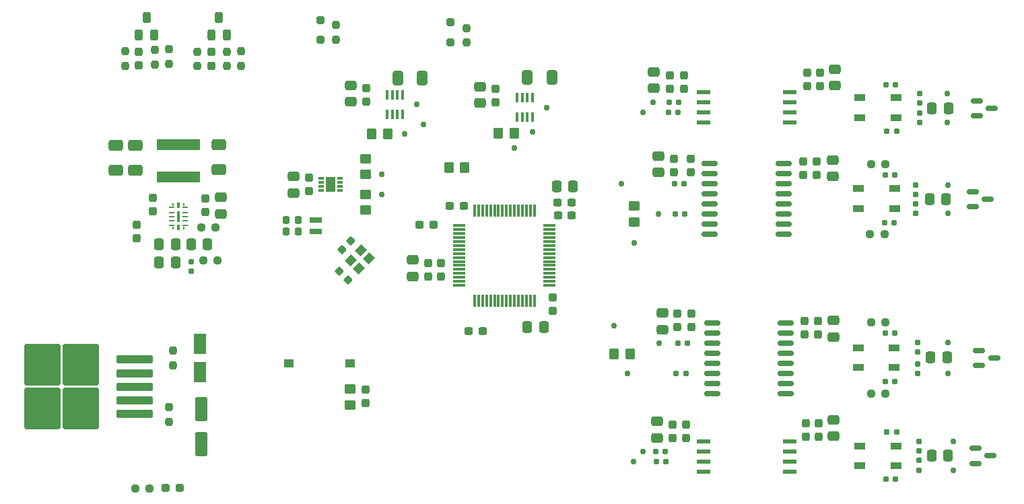
<source format=gbr>
%TF.GenerationSoftware,KiCad,Pcbnew,8.0.5*%
%TF.CreationDate,2024-11-25T15:58:14+05:30*%
%TF.ProjectId,Rapid_Core-RCP,52617069-645f-4436-9f72-652d5243502e,rev?*%
%TF.SameCoordinates,Original*%
%TF.FileFunction,Paste,Top*%
%TF.FilePolarity,Positive*%
%FSLAX46Y46*%
G04 Gerber Fmt 4.6, Leading zero omitted, Abs format (unit mm)*
G04 Created by KiCad (PCBNEW 8.0.5) date 2024-11-25 15:58:14*
%MOMM*%
%LPD*%
G01*
G04 APERTURE LIST*
G04 Aperture macros list*
%AMRoundRect*
0 Rectangle with rounded corners*
0 $1 Rounding radius*
0 $2 $3 $4 $5 $6 $7 $8 $9 X,Y pos of 4 corners*
0 Add a 4 corners polygon primitive as box body*
4,1,4,$2,$3,$4,$5,$6,$7,$8,$9,$2,$3,0*
0 Add four circle primitives for the rounded corners*
1,1,$1+$1,$2,$3*
1,1,$1+$1,$4,$5*
1,1,$1+$1,$6,$7*
1,1,$1+$1,$8,$9*
0 Add four rect primitives between the rounded corners*
20,1,$1+$1,$2,$3,$4,$5,0*
20,1,$1+$1,$4,$5,$6,$7,0*
20,1,$1+$1,$6,$7,$8,$9,0*
20,1,$1+$1,$8,$9,$2,$3,0*%
%AMRotRect*
0 Rectangle, with rotation*
0 The origin of the aperture is its center*
0 $1 length*
0 $2 width*
0 $3 Rotation angle, in degrees counterclockwise*
0 Add horizontal line*
21,1,$1,$2,0,0,$3*%
G04 Aperture macros list end*
%ADD10RoundRect,0.160000X-0.197500X-0.160000X0.197500X-0.160000X0.197500X0.160000X-0.197500X0.160000X0*%
%ADD11RoundRect,0.250000X-0.337500X-0.475000X0.337500X-0.475000X0.337500X0.475000X-0.337500X0.475000X0*%
%ADD12C,0.750000*%
%ADD13RoundRect,0.250000X-0.350000X-0.450000X0.350000X-0.450000X0.350000X0.450000X-0.350000X0.450000X0*%
%ADD14RoundRect,0.160000X-0.160000X0.197500X-0.160000X-0.197500X0.160000X-0.197500X0.160000X0.197500X0*%
%ADD15RoundRect,0.250000X-0.550000X1.250000X-0.550000X-1.250000X0.550000X-1.250000X0.550000X1.250000X0*%
%ADD16RoundRect,0.237500X-0.237500X0.287500X-0.237500X-0.287500X0.237500X-0.287500X0.237500X0.287500X0*%
%ADD17RoundRect,0.237500X-0.237500X0.250000X-0.237500X-0.250000X0.237500X-0.250000X0.237500X0.250000X0*%
%ADD18RoundRect,0.250000X0.250000X-0.250000X0.250000X0.250000X-0.250000X0.250000X-0.250000X-0.250000X0*%
%ADD19RoundRect,0.150000X-0.587500X-0.150000X0.587500X-0.150000X0.587500X0.150000X-0.587500X0.150000X0*%
%ADD20R,1.346200X0.889000*%
%ADD21RoundRect,0.250000X-0.650000X0.412500X-0.650000X-0.412500X0.650000X-0.412500X0.650000X0.412500X0*%
%ADD22RoundRect,0.237500X0.300000X0.237500X-0.300000X0.237500X-0.300000X-0.237500X0.300000X-0.237500X0*%
%ADD23RoundRect,0.237500X-0.237500X0.300000X-0.237500X-0.300000X0.237500X-0.300000X0.237500X0.300000X0*%
%ADD24RoundRect,0.225000X-0.225000X-0.250000X0.225000X-0.250000X0.225000X0.250000X-0.225000X0.250000X0*%
%ADD25RoundRect,0.237500X-0.300000X-0.237500X0.300000X-0.237500X0.300000X0.237500X-0.300000X0.237500X0*%
%ADD26RoundRect,0.250000X0.475000X-0.337500X0.475000X0.337500X-0.475000X0.337500X-0.475000X-0.337500X0*%
%ADD27RoundRect,0.237500X0.250000X0.237500X-0.250000X0.237500X-0.250000X-0.237500X0.250000X-0.237500X0*%
%ADD28RoundRect,0.250000X-0.412500X-0.650000X0.412500X-0.650000X0.412500X0.650000X-0.412500X0.650000X0*%
%ADD29RoundRect,0.237500X0.237500X-0.300000X0.237500X0.300000X-0.237500X0.300000X-0.237500X-0.300000X0*%
%ADD30RoundRect,0.250000X-0.475000X0.337500X-0.475000X-0.337500X0.475000X-0.337500X0.475000X0.337500X0*%
%ADD31RoundRect,0.250000X2.050000X0.300000X-2.050000X0.300000X-2.050000X-0.300000X2.050000X-0.300000X0*%
%ADD32RoundRect,0.250000X2.025000X2.375000X-2.025000X2.375000X-2.025000X-2.375000X2.025000X-2.375000X0*%
%ADD33RoundRect,0.237500X0.287500X0.237500X-0.287500X0.237500X-0.287500X-0.237500X0.287500X-0.237500X0*%
%ADD34RoundRect,0.250000X0.450000X-0.350000X0.450000X0.350000X-0.450000X0.350000X-0.450000X-0.350000X0*%
%ADD35RoundRect,0.150000X-0.875000X-0.150000X0.875000X-0.150000X0.875000X0.150000X-0.875000X0.150000X0*%
%ADD36RoundRect,0.250000X0.550000X-1.050000X0.550000X1.050000X-0.550000X1.050000X-0.550000X-1.050000X0*%
%ADD37RoundRect,0.250000X-0.450000X0.350000X-0.450000X-0.350000X0.450000X-0.350000X0.450000X0.350000X0*%
%ADD38RoundRect,0.075000X-0.700000X-0.075000X0.700000X-0.075000X0.700000X0.075000X-0.700000X0.075000X0*%
%ADD39RoundRect,0.075000X-0.075000X-0.700000X0.075000X-0.700000X0.075000X0.700000X-0.075000X0.700000X0*%
%ADD40R,1.250000X1.000000*%
%ADD41RoundRect,0.237500X-0.250000X-0.237500X0.250000X-0.237500X0.250000X0.237500X-0.250000X0.237500X0*%
%ADD42RoundRect,0.250000X0.250000X-0.450000X0.250000X0.450000X-0.250000X0.450000X-0.250000X-0.450000X0*%
%ADD43R,0.450000X1.200000*%
%ADD44RoundRect,0.225000X0.017678X-0.335876X0.335876X-0.017678X-0.017678X0.335876X-0.335876X0.017678X0*%
%ADD45R,1.500000X0.800000*%
%ADD46RoundRect,0.250000X0.337500X0.475000X-0.337500X0.475000X-0.337500X-0.475000X0.337500X-0.475000X0*%
%ADD47RoundRect,0.160000X0.160000X-0.197500X0.160000X0.197500X-0.160000X0.197500X-0.160000X-0.197500X0*%
%ADD48R,5.500000X1.430000*%
%ADD49RoundRect,0.237500X0.237500X-0.250000X0.237500X0.250000X-0.237500X0.250000X-0.237500X-0.250000X0*%
%ADD50R,0.675000X0.250000*%
%ADD51R,0.650000X0.250000*%
%ADD52R,0.350000X0.650000*%
%ADD53R,0.450000X1.450000*%
%ADD54R,0.250000X0.425000*%
%ADD55RotRect,1.150000X1.000000X45.000000*%
%ADD56R,1.800000X0.600000*%
%ADD57R,0.800000X0.300000*%
%ADD58R,1.200000X1.900000*%
%ADD59RoundRect,0.250000X0.350000X0.450000X-0.350000X0.450000X-0.350000X-0.450000X0.350000X-0.450000X0*%
%ADD60RoundRect,0.225000X-0.335876X-0.017678X-0.017678X-0.335876X0.335876X0.017678X0.017678X0.335876X0*%
G04 APERTURE END LIST*
D10*
%TO.C,R32*%
X232838573Y-79985427D03*
X234033573Y-79985427D03*
%TD*%
D11*
%TO.C,C44*%
X238736073Y-109285427D03*
X240811073Y-109285427D03*
%TD*%
D12*
%TO.C,TP37*%
X240836073Y-98925427D03*
%TD*%
D11*
%TO.C,C20*%
X191590573Y-75393427D03*
X193665573Y-75393427D03*
%TD*%
D13*
%TO.C,R24*%
X168336073Y-68785427D03*
X170336073Y-68785427D03*
%TD*%
D14*
%TO.C,R14*%
X237236073Y-66187927D03*
X237236073Y-67382927D03*
%TD*%
D15*
%TO.C,C11*%
X146908073Y-103419427D03*
X146908073Y-107819427D03*
%TD*%
D16*
%TO.C,D8*%
X148186073Y-58472928D03*
X148186073Y-60222926D03*
%TD*%
D17*
%TO.C,R45*%
X137316073Y-58397926D03*
X137316073Y-60222926D03*
%TD*%
D18*
%TO.C,D3*%
X178236073Y-57235426D03*
X178236073Y-54735428D03*
%TD*%
D10*
%TO.C,R13*%
X205658573Y-66045427D03*
X206853573Y-66045427D03*
%TD*%
D17*
%TO.C,R47*%
X150096073Y-58422927D03*
X150096073Y-60247927D03*
%TD*%
D19*
%TO.C,D5*%
X243898573Y-76035427D03*
X243898573Y-77935427D03*
X245773573Y-76985427D03*
%TD*%
D20*
%TO.C,L5*%
X229501608Y-95671427D03*
X229501608Y-98171427D03*
X234051606Y-98171427D03*
X234051606Y-95671427D03*
%TD*%
D21*
%TO.C,C7*%
X149136073Y-70122926D03*
X149136073Y-73247926D03*
%TD*%
D22*
%TO.C,C22*%
X182258574Y-93595427D03*
X180533572Y-93595427D03*
%TD*%
D23*
%TO.C,C55*%
X206336073Y-71922926D03*
X206336073Y-73647928D03*
%TD*%
D16*
%TO.C,D7*%
X139066073Y-58435427D03*
X139066073Y-60185425D03*
%TD*%
D14*
%TO.C,R28*%
X236736073Y-75187927D03*
X236736073Y-76382927D03*
%TD*%
D23*
%TO.C,C36*%
X223086073Y-61060425D03*
X223086073Y-62785427D03*
%TD*%
D24*
%TO.C,C26*%
X157561073Y-81085427D03*
X159111073Y-81085427D03*
%TD*%
D12*
%TO.C,TP36*%
X240766073Y-95035427D03*
%TD*%
D25*
%TO.C,C21*%
X191721073Y-77415427D03*
X193446073Y-77415427D03*
%TD*%
D26*
%TO.C,C48*%
X165714071Y-64725927D03*
X165714071Y-62650927D03*
%TD*%
D12*
%TO.C,TP34*%
X204521573Y-95104427D03*
%TD*%
D27*
%TO.C,R35*%
X232948573Y-92473427D03*
X231123573Y-92473427D03*
%TD*%
D28*
%TO.C,C47*%
X187873573Y-61685427D03*
X190998573Y-61685427D03*
%TD*%
D19*
%TO.C,D2*%
X244236073Y-108335427D03*
X244236073Y-110235427D03*
X246111073Y-109285427D03*
%TD*%
D29*
%TO.C,C32*%
X205836073Y-63135427D03*
X205836073Y-61410425D03*
%TD*%
D12*
%TO.C,TP24*%
X172436073Y-68785427D03*
%TD*%
D30*
%TO.C,C28*%
X158514073Y-74151927D03*
X158514073Y-76226927D03*
%TD*%
D17*
%TO.C,R25*%
X163836073Y-55072927D03*
X163836073Y-56897927D03*
%TD*%
D23*
%TO.C,C59*%
X224436073Y-92297926D03*
X224436073Y-94022928D03*
%TD*%
D31*
%TO.C,U1*%
X138511073Y-103985427D03*
X138511072Y-102285427D03*
X138511073Y-100585427D03*
D32*
X131786073Y-103360427D03*
X131786073Y-97810427D03*
X126936073Y-103360427D03*
X126936073Y-97810427D03*
D31*
X138511072Y-98885427D03*
X138511073Y-97185427D03*
%TD*%
D33*
%TO.C,D9*%
X144157573Y-113339427D03*
X142407575Y-113339427D03*
%TD*%
D12*
%TO.C,TP31*%
X240836073Y-75185427D03*
%TD*%
D14*
%TO.C,R31*%
X236736073Y-77587927D03*
X236736073Y-78782927D03*
%TD*%
D29*
%TO.C,C3*%
X140836073Y-78541928D03*
X140836073Y-76816926D03*
%TD*%
D12*
%TO.C,TP13*%
X202436073Y-66055427D03*
%TD*%
D18*
%TO.C,D4*%
X161936073Y-56935426D03*
X161936073Y-54435428D03*
%TD*%
D10*
%TO.C,R16*%
X233138573Y-106285427D03*
X234333573Y-106285427D03*
%TD*%
D23*
%TO.C,C30*%
X167536073Y-100922926D03*
X167536073Y-102647928D03*
%TD*%
D27*
%TO.C,R43*%
X232970573Y-101469427D03*
X231145573Y-101469427D03*
%TD*%
D12*
%TO.C,TP14*%
X240736073Y-63685427D03*
%TD*%
D23*
%TO.C,C58*%
X222736073Y-92297926D03*
X222736073Y-94022928D03*
%TD*%
D17*
%TO.C,R44*%
X146436073Y-58435427D03*
X146436073Y-60260427D03*
%TD*%
D29*
%TO.C,C16*%
X175436073Y-86747928D03*
X175436073Y-85022926D03*
%TD*%
D11*
%TO.C,C57*%
X238498573Y-76985427D03*
X240573573Y-76985427D03*
%TD*%
D14*
%TO.C,R37*%
X237036073Y-95053927D03*
X237036073Y-96248927D03*
%TD*%
D12*
%TO.C,TP11*%
X169636073Y-73885427D03*
%TD*%
D26*
%TO.C,C34*%
X226586073Y-62710426D03*
X226586073Y-60635426D03*
%TD*%
D23*
%TO.C,C33*%
X207586073Y-61410425D03*
X207586073Y-63135427D03*
%TD*%
D34*
%TO.C,R7*%
X167536073Y-78385427D03*
X167536073Y-76385427D03*
%TD*%
D10*
%TO.C,R30*%
X206438573Y-75085427D03*
X207633573Y-75085427D03*
%TD*%
D26*
%TO.C,C15*%
X173536073Y-86722927D03*
X173536073Y-84647927D03*
%TD*%
D20*
%TO.C,L2*%
X229733608Y-64235427D03*
X229733608Y-66735427D03*
X234283606Y-66735427D03*
X234283606Y-64235427D03*
%TD*%
D26*
%TO.C,C38*%
X226436073Y-106822927D03*
X226436073Y-104747927D03*
%TD*%
D23*
%TO.C,C54*%
X208500073Y-71922926D03*
X208500073Y-73647928D03*
%TD*%
D10*
%TO.C,R27*%
X232938573Y-73985427D03*
X234133573Y-73985427D03*
%TD*%
D21*
%TO.C,C8*%
X136136073Y-70222928D03*
X136136073Y-73347928D03*
%TD*%
D26*
%TO.C,C56*%
X204436073Y-73622927D03*
X204436073Y-71547927D03*
%TD*%
D12*
%TO.C,TP17*%
X201236073Y-109985427D03*
%TD*%
%TO.C,TP12*%
X203736073Y-64785427D03*
%TD*%
D27*
%TO.C,R26*%
X232936073Y-72585427D03*
X231111073Y-72585427D03*
%TD*%
D26*
%TO.C,C31*%
X203836073Y-63060426D03*
X203836073Y-60985426D03*
%TD*%
D23*
%TO.C,C52*%
X224336073Y-72244926D03*
X224336073Y-73969928D03*
%TD*%
D26*
%TO.C,C45*%
X181936073Y-64922927D03*
X181936073Y-62847927D03*
%TD*%
D12*
%TO.C,TP22*%
X190342073Y-65487427D03*
%TD*%
%TO.C,TP33*%
X200502073Y-98888427D03*
%TD*%
%TO.C,TP35*%
X198806573Y-92945427D03*
%TD*%
D35*
%TO.C,U7*%
X210836073Y-72495427D03*
X210836073Y-73765427D03*
X210836073Y-75035427D03*
X210836073Y-76305427D03*
X210836073Y-77575427D03*
X210836073Y-78845427D03*
X210836073Y-80115427D03*
X210836073Y-81385427D03*
X220136073Y-81385427D03*
X220136073Y-80115427D03*
X220136073Y-78845427D03*
X220136073Y-77575427D03*
X220136073Y-76305427D03*
X220136073Y-75035427D03*
X220136073Y-73765427D03*
X220136073Y-72495427D03*
%TD*%
D12*
%TO.C,TP32*%
X240836073Y-78785427D03*
%TD*%
D29*
%TO.C,C4*%
X147386073Y-78610429D03*
X147386073Y-76885427D03*
%TD*%
D36*
%TO.C,C12*%
X146781073Y-98783427D03*
X146781073Y-95183427D03*
%TD*%
D10*
%TO.C,R15*%
X233138573Y-68485427D03*
X234333573Y-68485427D03*
%TD*%
D22*
%TO.C,C13*%
X176091574Y-80219427D03*
X174366572Y-80219427D03*
%TD*%
D12*
%TO.C,TP26*%
X174036073Y-65085427D03*
%TD*%
D10*
%TO.C,R38*%
X206638573Y-98885427D03*
X207833573Y-98885427D03*
%TD*%
D11*
%TO.C,C9*%
X141598572Y-82685428D03*
X143673572Y-82685428D03*
%TD*%
D12*
%TO.C,TP25*%
X174836073Y-67585427D03*
%TD*%
D26*
%TO.C,C41*%
X204236073Y-107022927D03*
X204236073Y-104947927D03*
%TD*%
D28*
%TO.C,C50*%
X171595572Y-61757427D03*
X174720572Y-61757427D03*
%TD*%
D29*
%TO.C,C17*%
X177036073Y-86747928D03*
X177036073Y-85022926D03*
%TD*%
D37*
%TO.C,R8*%
X167536073Y-71885427D03*
X167536073Y-73885427D03*
%TD*%
D14*
%TO.C,R40*%
X237036073Y-97727927D03*
X237036073Y-98922927D03*
%TD*%
D11*
%TO.C,C37*%
X238798573Y-65585427D03*
X240873573Y-65585427D03*
%TD*%
D10*
%TO.C,R29*%
X206538573Y-78885427D03*
X207733573Y-78885427D03*
%TD*%
D12*
%TO.C,TP30*%
X201346573Y-82463427D03*
%TD*%
D11*
%TO.C,C10*%
X141598573Y-84935427D03*
X143673573Y-84935427D03*
%TD*%
D14*
%TO.C,R20*%
X237136073Y-109887927D03*
X237136073Y-111082927D03*
%TD*%
D34*
%TO.C,R33*%
X201346573Y-79848427D03*
X201346573Y-77848427D03*
%TD*%
D23*
%TO.C,C43*%
X207836073Y-105360425D03*
X207836073Y-107085427D03*
%TD*%
D12*
%TO.C,TP20*%
X186278073Y-70567427D03*
%TD*%
D22*
%TO.C,C25*%
X179898574Y-77806427D03*
X178173572Y-77806427D03*
%TD*%
D29*
%TO.C,C1*%
X138780073Y-81944429D03*
X138780073Y-80219427D03*
%TD*%
D11*
%TO.C,C64*%
X238638573Y-96935427D03*
X240713573Y-96935427D03*
%TD*%
D25*
%TO.C,C24*%
X191741073Y-79035427D03*
X193466073Y-79035427D03*
%TD*%
D20*
%TO.C,L3*%
X229733608Y-108035427D03*
X229733608Y-110535427D03*
X234283606Y-110535427D03*
X234283606Y-108035427D03*
%TD*%
D26*
%TO.C,C60*%
X226436073Y-94316427D03*
X226436073Y-92241427D03*
%TD*%
D17*
%TO.C,R4*%
X142844073Y-103182927D03*
X142844073Y-105007927D03*
%TD*%
D38*
%TO.C,U4*%
X179361073Y-80335427D03*
X179361073Y-80835427D03*
X179361073Y-81335427D03*
X179361073Y-81835427D03*
X179361073Y-82335427D03*
X179361073Y-82835427D03*
X179361073Y-83335427D03*
X179361073Y-83835427D03*
X179361073Y-84335427D03*
X179361073Y-84835427D03*
X179361073Y-85335427D03*
X179361073Y-85835427D03*
X179361073Y-86335427D03*
X179361073Y-86835427D03*
X179361073Y-87335427D03*
X179361073Y-87835427D03*
D39*
X181286073Y-89760427D03*
X181786073Y-89760427D03*
X182286073Y-89760427D03*
X182786073Y-89760427D03*
X183286073Y-89760427D03*
X183786073Y-89760427D03*
X184286073Y-89760427D03*
X184786073Y-89760427D03*
X185286073Y-89760427D03*
X185786073Y-89760427D03*
X186286073Y-89760427D03*
X186786073Y-89760427D03*
X187286073Y-89760427D03*
X187786073Y-89760427D03*
X188286073Y-89760427D03*
X188786073Y-89760427D03*
D38*
X190711073Y-87835427D03*
X190711073Y-87335427D03*
X190711073Y-86835427D03*
X190711073Y-86335427D03*
X190711073Y-85835427D03*
X190711073Y-85335427D03*
X190711073Y-84835427D03*
X190711073Y-84335427D03*
X190711073Y-83835427D03*
X190711073Y-83335427D03*
X190711073Y-82835427D03*
X190711073Y-82335427D03*
X190711073Y-81835427D03*
X190711073Y-81335427D03*
X190711073Y-80835427D03*
X190711073Y-80335427D03*
D39*
X188786073Y-78410427D03*
X188286073Y-78410427D03*
X187786073Y-78410427D03*
X187286073Y-78410427D03*
X186786073Y-78410427D03*
X186286073Y-78410427D03*
X185786073Y-78410427D03*
X185286073Y-78410427D03*
X184786073Y-78410427D03*
X184286073Y-78410427D03*
X183786073Y-78410427D03*
X183286073Y-78410427D03*
X182786073Y-78410427D03*
X182286073Y-78410427D03*
X181786073Y-78410427D03*
X181286073Y-78410427D03*
%TD*%
D40*
%TO.C,SW1*%
X165661073Y-97635427D03*
X157911073Y-97635427D03*
%TD*%
D41*
%TO.C,R1*%
X147123573Y-84685427D03*
X148948573Y-84685427D03*
%TD*%
D42*
%TO.C,Q1*%
X139066073Y-56310425D03*
X140966073Y-56310425D03*
X140016073Y-54110426D03*
%TD*%
D10*
%TO.C,R36*%
X232938573Y-93873427D03*
X234133573Y-93873427D03*
%TD*%
D43*
%TO.C,IC3*%
X186614071Y-66685427D03*
X187264072Y-66685427D03*
X187914072Y-66685427D03*
X188564073Y-66685427D03*
X188564073Y-64185427D03*
X187914072Y-64185427D03*
X187264072Y-64185427D03*
X186614071Y-64185427D03*
%TD*%
D10*
%TO.C,R12*%
X205738573Y-64785427D03*
X206933573Y-64785427D03*
%TD*%
D29*
%TO.C,C39*%
X224536073Y-106885427D03*
X224536073Y-105160425D03*
%TD*%
D12*
%TO.C,TP18*%
X241486073Y-107485427D03*
%TD*%
D26*
%TO.C,C53*%
X226336073Y-74144927D03*
X226336073Y-72069927D03*
%TD*%
D10*
%TO.C,R10*%
X233038573Y-62585427D03*
X234233573Y-62585427D03*
%TD*%
D23*
%TO.C,C40*%
X222936073Y-105160425D03*
X222936073Y-106885427D03*
%TD*%
D42*
%TO.C,Q2*%
X148186073Y-56347928D03*
X150086073Y-56347928D03*
X149136073Y-54147929D03*
%TD*%
D41*
%TO.C,R50*%
X138606073Y-113366427D03*
X140431073Y-113366427D03*
%TD*%
D44*
%TO.C,C14*%
X164588065Y-83333435D03*
X165684081Y-82237419D03*
%TD*%
D11*
%TO.C,C27*%
X187907573Y-93085427D03*
X189982573Y-93085427D03*
%TD*%
D10*
%TO.C,R19*%
X204138573Y-109985427D03*
X205333573Y-109985427D03*
%TD*%
D12*
%TO.C,TP19*%
X241486073Y-111085427D03*
%TD*%
D27*
%TO.C,R34*%
X232848573Y-81385427D03*
X231023573Y-81385427D03*
%TD*%
D12*
%TO.C,TP10*%
X169636073Y-76385427D03*
%TD*%
D14*
%TO.C,R11*%
X237236073Y-63687927D03*
X237236073Y-64882927D03*
%TD*%
D45*
%TO.C,Y2*%
X161336073Y-81085427D03*
X161336073Y-79585427D03*
%TD*%
D46*
%TO.C,C5*%
X147673573Y-82685427D03*
X145598573Y-82685427D03*
%TD*%
D12*
%TO.C,TP15*%
X240736073Y-67385427D03*
%TD*%
D43*
%TO.C,IC4*%
X170286071Y-66335427D03*
X170936072Y-66335427D03*
X171586072Y-66335427D03*
X172236073Y-66335427D03*
X172236073Y-63835427D03*
X171586072Y-63835427D03*
X170936072Y-63835427D03*
X170286071Y-63835427D03*
%TD*%
D17*
%TO.C,R5*%
X143352073Y-96070927D03*
X143352073Y-97895927D03*
%TD*%
D10*
%TO.C,R39*%
X206838573Y-95085427D03*
X208033573Y-95085427D03*
%TD*%
D23*
%TO.C,C23*%
X191136073Y-89322926D03*
X191136073Y-91047928D03*
%TD*%
D47*
%TO.C,R3*%
X145636073Y-86085427D03*
X145636073Y-84890427D03*
%TD*%
D48*
%TO.C,L1*%
X144036073Y-74205427D03*
X144036073Y-70165427D03*
%TD*%
D19*
%TO.C,D6*%
X244736073Y-96037427D03*
X244736073Y-97937427D03*
X246611073Y-96987427D03*
%TD*%
D24*
%TO.C,C19*%
X157561073Y-79585427D03*
X159111073Y-79585427D03*
%TD*%
D29*
%TO.C,C42*%
X206136073Y-107047928D03*
X206136073Y-105322926D03*
%TD*%
D12*
%TO.C,TP16*%
X202436073Y-108785427D03*
%TD*%
%TO.C,TP29*%
X199740073Y-75085427D03*
%TD*%
D13*
%TO.C,R41*%
X198838573Y-96501427D03*
X200838573Y-96501427D03*
%TD*%
D49*
%TO.C,R48*%
X151946073Y-60227927D03*
X151946073Y-58402927D03*
%TD*%
D23*
%TO.C,C29*%
X160414073Y-74276926D03*
X160414073Y-76001928D03*
%TD*%
D29*
%TO.C,C46*%
X183936073Y-64847928D03*
X183936073Y-63122926D03*
%TD*%
%TO.C,C35*%
X224736073Y-62785427D03*
X224736073Y-61060425D03*
%TD*%
D21*
%TO.C,C6*%
X138636072Y-70222927D03*
X138636072Y-73347927D03*
%TD*%
D23*
%TO.C,C61*%
X208525473Y-91391526D03*
X208525473Y-93116528D03*
%TD*%
D26*
%TO.C,C2*%
X149386073Y-78835428D03*
X149386073Y-76760428D03*
%TD*%
D50*
%TO.C,IC1*%
X143174072Y-78020350D03*
D51*
X143161072Y-78670350D03*
X143161073Y-79170350D03*
X143161072Y-79670350D03*
D50*
X143174072Y-80320350D03*
D52*
X144036072Y-80545350D03*
D50*
X144898072Y-80320350D03*
D51*
X144911072Y-79670350D03*
X144911071Y-79170350D03*
X144911072Y-78670350D03*
D50*
X144898072Y-78020350D03*
D52*
X144036072Y-77795350D03*
D53*
X144036072Y-79170350D03*
D54*
X143386072Y-77683350D03*
X143386072Y-80657350D03*
X144686072Y-80657350D03*
X144686072Y-77683350D03*
%TD*%
D10*
%TO.C,R21*%
X233038573Y-112185427D03*
X234233573Y-112185427D03*
%TD*%
D12*
%TO.C,TP28*%
X204394573Y-78848427D03*
%TD*%
D19*
%TO.C,D1*%
X244461073Y-64635427D03*
X244461073Y-66535427D03*
X246336073Y-65585427D03*
%TD*%
D49*
%TO.C,R49*%
X142816072Y-59972925D03*
X142816072Y-58147925D03*
%TD*%
D41*
%TO.C,R2*%
X146886073Y-80585427D03*
X148711073Y-80585427D03*
%TD*%
D35*
%TO.C,U8*%
X211136073Y-92535427D03*
X211136073Y-93805427D03*
X211136073Y-95075427D03*
X211136073Y-96345427D03*
X211136073Y-97615427D03*
X211136073Y-98885427D03*
X211136073Y-100155427D03*
X211136073Y-101425427D03*
X220436073Y-101425427D03*
X220436073Y-100155427D03*
X220436073Y-98885427D03*
X220436073Y-97615427D03*
X220436073Y-96345427D03*
X220436073Y-95075427D03*
X220436073Y-93805427D03*
X220436073Y-92535427D03*
%TD*%
D55*
%TO.C,Y1*%
X166736073Y-85685427D03*
X167973510Y-84447990D03*
X166983561Y-83458041D03*
X165746124Y-84695478D03*
%TD*%
D56*
%TO.C,U6*%
X210036073Y-107480427D03*
X210036073Y-108750427D03*
X210036073Y-110020427D03*
X210036073Y-111290427D03*
X220936073Y-111290427D03*
X220936073Y-110020427D03*
X220936073Y-108750427D03*
X220936073Y-107480427D03*
%TD*%
D37*
%TO.C,R9*%
X165636073Y-100885427D03*
X165636073Y-102885427D03*
%TD*%
D29*
%TO.C,C49*%
X167636073Y-64747928D03*
X167636073Y-63022926D03*
%TD*%
D12*
%TO.C,TP21*%
X188564073Y-68535427D03*
%TD*%
D20*
%TO.C,L4*%
X229533608Y-75685427D03*
X229533608Y-78185427D03*
X234083606Y-78185427D03*
X234083606Y-75685427D03*
%TD*%
D13*
%TO.C,R23*%
X184262073Y-68685427D03*
X186262073Y-68685427D03*
%TD*%
D57*
%TO.C,IC2*%
X164364073Y-75889427D03*
X164364073Y-75389427D03*
X164364073Y-74889427D03*
X164364073Y-74389427D03*
X161964073Y-74389427D03*
X161964073Y-74889427D03*
X161964073Y-75389427D03*
X161964073Y-75889427D03*
D58*
X163164073Y-75139427D03*
%TD*%
D23*
%TO.C,C62*%
X206798273Y-91391526D03*
X206798273Y-93116528D03*
%TD*%
D59*
%TO.C,R6*%
X180036073Y-72985427D03*
X178036073Y-72985427D03*
%TD*%
D17*
%TO.C,R46*%
X141066073Y-58224927D03*
X141066073Y-60049927D03*
%TD*%
D60*
%TO.C,C18*%
X164288065Y-86023726D03*
X165384081Y-87119742D03*
%TD*%
D26*
%TO.C,C63*%
X204893273Y-93393127D03*
X204893273Y-91318127D03*
%TD*%
D56*
%TO.C,U5*%
X210036073Y-63495427D03*
X210036073Y-64765427D03*
X210036073Y-66035427D03*
X210036073Y-67305427D03*
X220936073Y-67305427D03*
X220936073Y-66035427D03*
X220936073Y-64765427D03*
X220936073Y-63495427D03*
%TD*%
D17*
%TO.C,R22*%
X180236073Y-55472927D03*
X180236073Y-57297927D03*
%TD*%
D14*
%TO.C,R17*%
X237136073Y-107487927D03*
X237136073Y-108682927D03*
%TD*%
D10*
%TO.C,R18*%
X204038573Y-108785427D03*
X205233573Y-108785427D03*
%TD*%
%TO.C,R42*%
X232941073Y-99969427D03*
X234136073Y-99969427D03*
%TD*%
D23*
%TO.C,C51*%
X222600073Y-72244926D03*
X222600073Y-73969928D03*
%TD*%
M02*

</source>
